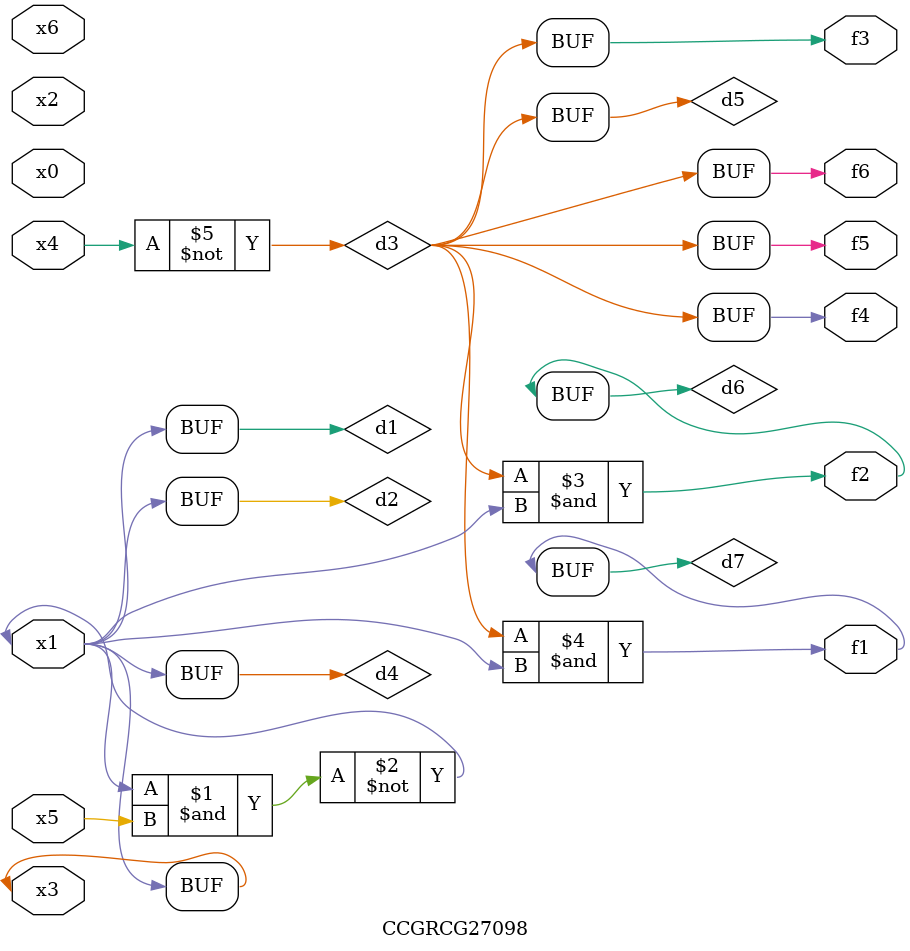
<source format=v>
module CCGRCG27098(
	input x0, x1, x2, x3, x4, x5, x6,
	output f1, f2, f3, f4, f5, f6
);

	wire d1, d2, d3, d4, d5, d6, d7;

	buf (d1, x1, x3);
	nand (d2, x1, x5);
	not (d3, x4);
	buf (d4, d1, d2);
	buf (d5, d3);
	and (d6, d3, d4);
	and (d7, d3, d4);
	assign f1 = d7;
	assign f2 = d6;
	assign f3 = d5;
	assign f4 = d5;
	assign f5 = d5;
	assign f6 = d5;
endmodule

</source>
